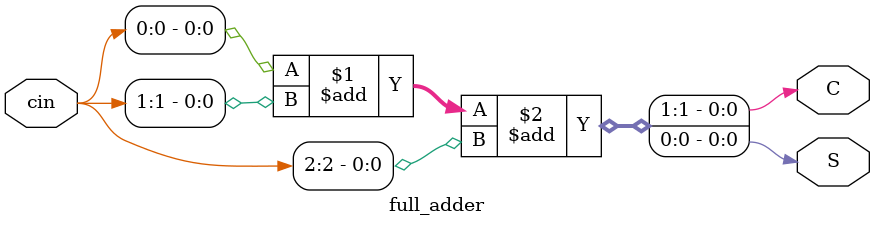
<source format=v>
`timescale 1ns / 1ps

module full_adder(
    input   [ 2: 0]     cin,
    output              C,
    output              S
);
    assign {C,S} = cin[0] + cin[1] + cin[2];
endmodule
</source>
